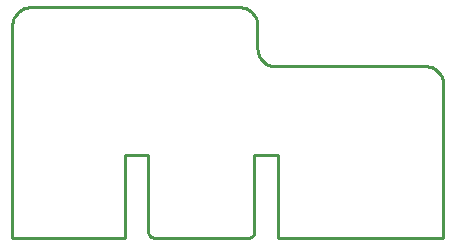
<source format=gbr>
G04 EAGLE Gerber RS-274X export*
G75*
%MOMM*%
%FSLAX34Y34*%
%LPD*%
%IN*%
%IPPOS*%
%AMOC8*
5,1,8,0,0,1.08239X$1,22.5*%
G01*
%ADD10C,0.254000*%


D10*
X0Y0D02*
X95000Y0D01*
X95000Y70000D01*
X115000Y70000D01*
X115000Y5000D01*
X115019Y4564D01*
X115076Y4132D01*
X115170Y3706D01*
X115302Y3290D01*
X115468Y2887D01*
X115670Y2500D01*
X115904Y2132D01*
X116170Y1786D01*
X116464Y1464D01*
X116786Y1170D01*
X117132Y904D01*
X117500Y670D01*
X117887Y468D01*
X118290Y302D01*
X118706Y170D01*
X119132Y76D01*
X119564Y19D01*
X120000Y0D01*
X200000Y0D01*
X200436Y19D01*
X200868Y76D01*
X201294Y170D01*
X201710Y302D01*
X202113Y468D01*
X202500Y670D01*
X202868Y904D01*
X203214Y1170D01*
X203536Y1464D01*
X203830Y1786D01*
X204096Y2132D01*
X204330Y2500D01*
X204532Y2887D01*
X204698Y3290D01*
X204830Y3706D01*
X204924Y4132D01*
X204981Y4564D01*
X205000Y5000D01*
X205000Y70000D01*
X225000Y70000D01*
X225000Y0D01*
X365000Y0D01*
X365000Y130000D01*
X364943Y131307D01*
X364772Y132605D01*
X364489Y133882D01*
X364095Y135130D01*
X363595Y136339D01*
X362990Y137500D01*
X362287Y138604D01*
X361491Y139642D01*
X360607Y140607D01*
X359642Y141491D01*
X358604Y142287D01*
X357500Y142990D01*
X356339Y143595D01*
X355130Y144095D01*
X353882Y144489D01*
X352605Y144772D01*
X351307Y144943D01*
X350000Y145000D01*
X222500Y145000D01*
X221193Y145057D01*
X219895Y145228D01*
X218618Y145511D01*
X217370Y145905D01*
X216161Y146405D01*
X215000Y147010D01*
X213896Y147713D01*
X212858Y148509D01*
X211893Y149393D01*
X211009Y150358D01*
X210213Y151396D01*
X209510Y152500D01*
X208905Y153661D01*
X208405Y154870D01*
X208011Y156118D01*
X207728Y157395D01*
X207557Y158693D01*
X207500Y160000D01*
X207500Y180000D01*
X207443Y181307D01*
X207272Y182605D01*
X206989Y183882D01*
X206595Y185130D01*
X206095Y186339D01*
X205490Y187500D01*
X204787Y188604D01*
X203991Y189642D01*
X203107Y190607D01*
X202142Y191491D01*
X201104Y192287D01*
X200000Y192990D01*
X198839Y193595D01*
X197630Y194095D01*
X196382Y194489D01*
X195105Y194772D01*
X193807Y194943D01*
X192500Y195000D01*
X15000Y195000D01*
X13693Y194943D01*
X12395Y194772D01*
X11118Y194489D01*
X9870Y194095D01*
X8661Y193595D01*
X7500Y192990D01*
X6396Y192287D01*
X5358Y191491D01*
X4393Y190607D01*
X3509Y189642D01*
X2713Y188604D01*
X2010Y187500D01*
X1405Y186339D01*
X905Y185130D01*
X511Y183882D01*
X228Y182605D01*
X57Y181307D01*
X0Y180000D01*
X0Y0D01*
M02*

</source>
